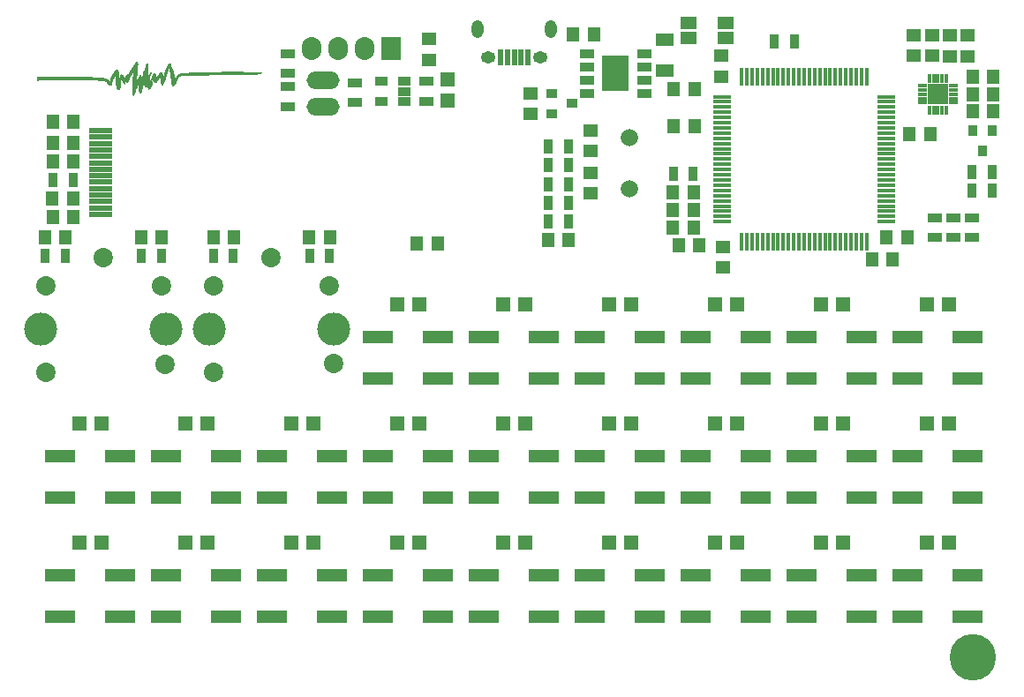
<source format=gts>
G04 #@! TF.FileFunction,Soldermask,Top*
%FSLAX46Y46*%
G04 Gerber Fmt 4.6, Leading zero omitted, Abs format (unit mm)*
G04 Created by KiCad (PCBNEW 4.0.6-e0-6349~52~ubuntu16.10.1) date Mon May  8 18:25:15 2017*
%MOMM*%
%LPD*%
G01*
G04 APERTURE LIST*
%ADD10C,0.100000*%
%ADD11C,0.010000*%
%ADD12R,1.160000X1.410000*%
%ADD13R,1.660000X0.440000*%
%ADD14R,0.440000X1.660000*%
%ADD15O,3.174980X1.666220*%
%ADD16R,1.358880X1.358880*%
%ADD17R,2.910000X1.160000*%
%ADD18R,1.460000X0.860000*%
%ADD19R,1.220000X0.810000*%
%ADD20R,0.560000X1.510000*%
%ADD21O,1.410000X1.110000*%
%ADD22O,1.160000X1.710000*%
%ADD23R,1.410000X1.160000*%
%ADD24R,1.760000X1.160000*%
%ADD25R,1.060000X0.960000*%
%ADD26O,0.910000X0.360000*%
%ADD27O,0.360000X0.910000*%
%ADD28R,1.085000X1.085000*%
%ADD29R,0.860000X1.460000*%
%ADD30C,1.661140*%
%ADD31C,4.460000*%
%ADD32R,1.560000X1.210000*%
%ADD33R,1.360000X0.860000*%
%ADD34R,2.560000X3.360000*%
%ADD35R,1.887200X2.192000*%
%ADD36O,1.887200X2.192000*%
%ADD37R,0.960000X1.060000*%
%ADD38C,1.860000*%
%ADD39C,3.160000*%
%ADD40R,2.160000X0.480000*%
G04 APERTURE END LIST*
D10*
D11*
G36*
X92082019Y-83341837D02*
X92114393Y-83401541D01*
X92120977Y-83464213D01*
X92122798Y-83571753D01*
X92120421Y-83712837D01*
X92114406Y-83876142D01*
X92105315Y-84050342D01*
X92093711Y-84224113D01*
X92080157Y-84386131D01*
X92065212Y-84525073D01*
X92055028Y-84597594D01*
X92033866Y-84749865D01*
X92015123Y-84920178D01*
X92002798Y-85072124D01*
X92002653Y-85074577D01*
X91988773Y-85311672D01*
X92059748Y-85187466D01*
X92109921Y-85096558D01*
X92171221Y-84981170D01*
X92226002Y-84874860D01*
X92276545Y-84780651D01*
X92321556Y-84706771D01*
X92352166Y-84667637D01*
X92354488Y-84665937D01*
X92396290Y-84664447D01*
X92428691Y-84702158D01*
X92442459Y-84761828D01*
X92433767Y-84814018D01*
X92416591Y-84883809D01*
X92408683Y-84966126D01*
X92410078Y-85042392D01*
X92420809Y-85094027D01*
X92433241Y-85105594D01*
X92445132Y-85100788D01*
X92459190Y-85082482D01*
X92477615Y-85044841D01*
X92502608Y-84982030D01*
X92536369Y-84888213D01*
X92581098Y-84757557D01*
X92630468Y-84609754D01*
X92809286Y-84609754D01*
X92810742Y-84682731D01*
X92815321Y-84703080D01*
X92835779Y-84734042D01*
X92854920Y-84715547D01*
X92873129Y-84645961D01*
X92890792Y-84523650D01*
X92908294Y-84346978D01*
X92913123Y-84288742D01*
X92923571Y-84149239D01*
X92930991Y-84031470D01*
X92934820Y-83946057D01*
X92934493Y-83903622D01*
X92933703Y-83900981D01*
X92922939Y-83919843D01*
X92905645Y-83979058D01*
X92885155Y-84063402D01*
X92864803Y-84157651D01*
X92847924Y-84246582D01*
X92837852Y-84314972D01*
X92836766Y-84343594D01*
X92835559Y-84395531D01*
X92825926Y-84478070D01*
X92819316Y-84519636D01*
X92809286Y-84609754D01*
X92630468Y-84609754D01*
X92638996Y-84584226D01*
X92703584Y-84388736D01*
X92757143Y-84228799D01*
X92807560Y-84083043D01*
X92851121Y-83961844D01*
X92884113Y-83875580D01*
X92900557Y-83838403D01*
X92928766Y-83764727D01*
X92952122Y-83667210D01*
X92957818Y-83630982D01*
X92978508Y-83543137D01*
X93008266Y-83500025D01*
X93041152Y-83505369D01*
X93070441Y-83560427D01*
X93077206Y-83606810D01*
X93084404Y-83700280D01*
X93091547Y-83831487D01*
X93098151Y-83991079D01*
X93103727Y-84169707D01*
X93105181Y-84227899D01*
X93119361Y-84831872D01*
X93201717Y-84679455D01*
X93270216Y-84559846D01*
X93330292Y-84468446D01*
X93376609Y-84412587D01*
X93403827Y-84399602D01*
X93404852Y-84400460D01*
X93401576Y-84431324D01*
X93379774Y-84498704D01*
X93346043Y-84583482D01*
X93299362Y-84728032D01*
X93268386Y-84895767D01*
X93255356Y-85065284D01*
X93262511Y-85215180D01*
X93273799Y-85273976D01*
X93284639Y-85310852D01*
X93295952Y-85327023D01*
X93311529Y-85316590D01*
X93335161Y-85273657D01*
X93370640Y-85192325D01*
X93421757Y-85066699D01*
X93446173Y-85005865D01*
X93499727Y-84868177D01*
X93544509Y-84745190D01*
X93576579Y-84648329D01*
X93591995Y-84589016D01*
X93592792Y-84580801D01*
X93612768Y-84517106D01*
X93647777Y-84471819D01*
X93686256Y-84442235D01*
X93716678Y-84445412D01*
X93758566Y-84486167D01*
X93773059Y-84502723D01*
X93825178Y-84586439D01*
X93859986Y-84684586D01*
X93862258Y-84696371D01*
X93878729Y-84776724D01*
X93895816Y-84834847D01*
X93899476Y-84842932D01*
X93922566Y-84836684D01*
X93970260Y-84788046D01*
X94037495Y-84702647D01*
X94083567Y-84638320D01*
X94169536Y-84520116D01*
X94236494Y-84444694D01*
X94293759Y-84406018D01*
X94350648Y-84398049D01*
X94416479Y-84414750D01*
X94424136Y-84417630D01*
X94468564Y-84456499D01*
X94516653Y-84529632D01*
X94557636Y-84616723D01*
X94580746Y-84697464D01*
X94582555Y-84716414D01*
X94592777Y-84731665D01*
X94620508Y-84694081D01*
X94665421Y-84604377D01*
X94727187Y-84463266D01*
X94805475Y-84271466D01*
X94899956Y-84029690D01*
X94906181Y-84013486D01*
X94962836Y-83868234D01*
X95014441Y-83740326D01*
X95056858Y-83639685D01*
X95085951Y-83576236D01*
X95095056Y-83560427D01*
X95136613Y-83536119D01*
X95195059Y-83525526D01*
X95244955Y-83530806D01*
X95261437Y-83546316D01*
X95266900Y-83588332D01*
X95272375Y-83638038D01*
X95286107Y-83690156D01*
X95318306Y-83781332D01*
X95364299Y-83899139D01*
X95419417Y-84031151D01*
X95424810Y-84043636D01*
X95512375Y-84256878D01*
X95584621Y-84455286D01*
X95638689Y-84629767D01*
X95671723Y-84771229D01*
X95681131Y-84859424D01*
X95683269Y-84893254D01*
X95694487Y-84905292D01*
X95721990Y-84891282D01*
X95772983Y-84846969D01*
X95854670Y-84768099D01*
X95883099Y-84740155D01*
X95984268Y-84643860D01*
X96066832Y-84577557D01*
X96149260Y-84530748D01*
X96250020Y-84492932D01*
X96386687Y-84453850D01*
X96439525Y-84446644D01*
X96543969Y-84438786D01*
X96695186Y-84430408D01*
X96888341Y-84421639D01*
X97118602Y-84412611D01*
X97381136Y-84403454D01*
X97671108Y-84394298D01*
X97983686Y-84385275D01*
X98314037Y-84376515D01*
X98657326Y-84368149D01*
X99008721Y-84360308D01*
X99363388Y-84353122D01*
X99716494Y-84346721D01*
X100063206Y-84341237D01*
X100398689Y-84336801D01*
X100718112Y-84333542D01*
X100881068Y-84332326D01*
X101032265Y-84330295D01*
X101161397Y-84326533D01*
X101258946Y-84321479D01*
X101315390Y-84315575D01*
X101325568Y-84311737D01*
X101350217Y-84306730D01*
X101413033Y-84313719D01*
X101458451Y-84322331D01*
X101547318Y-84336534D01*
X101592523Y-84330477D01*
X101601973Y-84318734D01*
X101629918Y-84301530D01*
X101645486Y-84307254D01*
X101683306Y-84314378D01*
X101767719Y-84321397D01*
X101888873Y-84327774D01*
X102036919Y-84332973D01*
X102172242Y-84335992D01*
X102334624Y-84338728D01*
X102477839Y-84341165D01*
X102592156Y-84343137D01*
X102667842Y-84344475D01*
X102694353Y-84344984D01*
X102730709Y-84344950D01*
X102813610Y-84344407D01*
X102933162Y-84343435D01*
X103079468Y-84342112D01*
X103202353Y-84340923D01*
X103464050Y-84339617D01*
X103676166Y-84341353D01*
X103837185Y-84346076D01*
X103945592Y-84353729D01*
X103999872Y-84364257D01*
X104006254Y-84370362D01*
X103979133Y-84413790D01*
X103909375Y-84454015D01*
X103810768Y-84486347D01*
X103697101Y-84506095D01*
X103597464Y-84509423D01*
X103540023Y-84513593D01*
X103449744Y-84526849D01*
X103371687Y-84541306D01*
X103332079Y-84548946D01*
X103291329Y-84555546D01*
X103245312Y-84561164D01*
X103189903Y-84565860D01*
X103120977Y-84569692D01*
X103034408Y-84572718D01*
X102926073Y-84574997D01*
X102791845Y-84576588D01*
X102627601Y-84577548D01*
X102429215Y-84577936D01*
X102192562Y-84577811D01*
X101913517Y-84577232D01*
X101587955Y-84576256D01*
X101211752Y-84574943D01*
X101043353Y-84574326D01*
X100728773Y-84573774D01*
X100408759Y-84574341D01*
X100092072Y-84575937D01*
X99787471Y-84578473D01*
X99503715Y-84581861D01*
X99249564Y-84586010D01*
X99033776Y-84590832D01*
X98865110Y-84596237D01*
X98856131Y-84596601D01*
X98609204Y-84605492D01*
X98328350Y-84613529D01*
X98036013Y-84620202D01*
X97754637Y-84624999D01*
X97506663Y-84627410D01*
X97501464Y-84627433D01*
X97286573Y-84629186D01*
X97067734Y-84632406D01*
X96858784Y-84636787D01*
X96673556Y-84642021D01*
X96525886Y-84647802D01*
X96484043Y-84649989D01*
X96323051Y-84660934D01*
X96207532Y-84676425D01*
X96126543Y-84702804D01*
X96069140Y-84746411D01*
X96024380Y-84813586D01*
X95981321Y-84910670D01*
X95965611Y-84950371D01*
X95915247Y-85066378D01*
X95856641Y-85183567D01*
X95820590Y-85246705D01*
X95763072Y-85348309D01*
X95710715Y-85454995D01*
X95695006Y-85491928D01*
X95638124Y-85585209D01*
X95567568Y-85631927D01*
X95494819Y-85632280D01*
X95431359Y-85586467D01*
X95388671Y-85494688D01*
X95386768Y-85486594D01*
X95380680Y-85440091D01*
X95371991Y-85348208D01*
X95361620Y-85221901D01*
X95350488Y-85072124D01*
X95343613Y-84972382D01*
X95327578Y-84781357D01*
X95304914Y-84576161D01*
X95278327Y-84378353D01*
X95250522Y-84209493D01*
X95243068Y-84171223D01*
X95216337Y-84038759D01*
X95194275Y-83927122D01*
X95179066Y-83847528D01*
X95172893Y-83811195D01*
X95172855Y-83810546D01*
X95163804Y-83812387D01*
X95140607Y-83855567D01*
X95108108Y-83928270D01*
X95071152Y-84018680D01*
X95034584Y-84114984D01*
X95003247Y-84205365D01*
X94983225Y-84273038D01*
X94957269Y-84367102D01*
X94933488Y-84439710D01*
X94919609Y-84470594D01*
X94903938Y-84508345D01*
X94878021Y-84587764D01*
X94845918Y-84695917D01*
X94822147Y-84781038D01*
X94768386Y-84975222D01*
X94725328Y-85122202D01*
X94690266Y-85229601D01*
X94660488Y-85305043D01*
X94633287Y-85356150D01*
X94605953Y-85390546D01*
X94605290Y-85391212D01*
X94565496Y-85439441D01*
X94552242Y-85469027D01*
X94532916Y-85505676D01*
X94509027Y-85529659D01*
X94469604Y-85546584D01*
X94436683Y-85523140D01*
X94408782Y-85455474D01*
X94384420Y-85339733D01*
X94362117Y-85172063D01*
X94358385Y-85137753D01*
X94334420Y-84940969D01*
X94309635Y-84791787D01*
X94284692Y-84691746D01*
X94260252Y-84642386D01*
X94236976Y-84645244D01*
X94215525Y-84701860D01*
X94202021Y-84773829D01*
X94151847Y-84962551D01*
X94065105Y-85124940D01*
X93948376Y-85249419D01*
X93919909Y-85270173D01*
X93844587Y-85319423D01*
X93799646Y-85339741D01*
X93768931Y-85334142D01*
X93736287Y-85305638D01*
X93735262Y-85304613D01*
X93698321Y-85243062D01*
X93669974Y-85152072D01*
X93663483Y-85114683D01*
X93651531Y-85025311D01*
X93641881Y-84955400D01*
X93639097Y-84936260D01*
X93629915Y-84940155D01*
X93611480Y-84988947D01*
X93587451Y-85072584D01*
X93582581Y-85091482D01*
X93524804Y-85319208D01*
X93478850Y-85498447D01*
X93442631Y-85635417D01*
X93414062Y-85736335D01*
X93391055Y-85807417D01*
X93371525Y-85854882D01*
X93353383Y-85884946D01*
X93334544Y-85903826D01*
X93312921Y-85917740D01*
X93303478Y-85923053D01*
X93221212Y-85946475D01*
X93155805Y-85922869D01*
X93119718Y-85857127D01*
X93118513Y-85850457D01*
X93108434Y-85793393D01*
X93091764Y-85704669D01*
X93079598Y-85641816D01*
X93061546Y-85557297D01*
X93048124Y-85521766D01*
X93035051Y-85528473D01*
X93024002Y-85554184D01*
X93010584Y-85627144D01*
X93015429Y-85674128D01*
X93017985Y-85709333D01*
X92986684Y-85724062D01*
X92932693Y-85726482D01*
X92866125Y-85720884D01*
X92830416Y-85693302D01*
X92805883Y-85627556D01*
X92803948Y-85620649D01*
X92778915Y-85473124D01*
X92779829Y-85297336D01*
X92806917Y-85083729D01*
X92818240Y-85021005D01*
X92836653Y-84913158D01*
X92847367Y-84827977D01*
X92848771Y-84779386D01*
X92846832Y-84773665D01*
X92826889Y-84784167D01*
X92799891Y-84835088D01*
X92771350Y-84911823D01*
X92746780Y-84999763D01*
X92732649Y-85076182D01*
X92719836Y-85150364D01*
X92696198Y-85263076D01*
X92665253Y-85398256D01*
X92634753Y-85523114D01*
X92597829Y-85676067D01*
X92562978Y-85831737D01*
X92534698Y-85969430D01*
X92520267Y-86049947D01*
X92495161Y-86180211D01*
X92466770Y-86262716D01*
X92430585Y-86306134D01*
X92382098Y-86319138D01*
X92380302Y-86319149D01*
X92335254Y-86292149D01*
X92296699Y-86215574D01*
X92266020Y-86096061D01*
X92244599Y-85940249D01*
X92233820Y-85754774D01*
X92233300Y-85613594D01*
X92239266Y-85260816D01*
X92171927Y-85387816D01*
X92125042Y-85493700D01*
X92083391Y-85616482D01*
X92069396Y-85670038D01*
X92039121Y-85777223D01*
X92001173Y-85877454D01*
X91980889Y-85918596D01*
X91945225Y-85997117D01*
X91928003Y-86066654D01*
X91927711Y-86073818D01*
X91918369Y-86129686D01*
X91893589Y-86219894D01*
X91858460Y-86326201D01*
X91853376Y-86340316D01*
X91809102Y-86451574D01*
X91772749Y-86516343D01*
X91739096Y-86543025D01*
X91726240Y-86544927D01*
X91697503Y-86538055D01*
X91681532Y-86509233D01*
X91674763Y-86446153D01*
X91673576Y-86363148D01*
X91668704Y-86259274D01*
X91655583Y-86186887D01*
X91641209Y-86161365D01*
X91627873Y-86133235D01*
X91620940Y-86065851D01*
X91620234Y-85953955D01*
X91625577Y-85792291D01*
X91627471Y-85751110D01*
X91634640Y-85633615D01*
X91646119Y-85484435D01*
X91661028Y-85311972D01*
X91678486Y-85124628D01*
X91697609Y-84930805D01*
X91717518Y-84738904D01*
X91737329Y-84557327D01*
X91756162Y-84394476D01*
X91773134Y-84258753D01*
X91787365Y-84158559D01*
X91797972Y-84102296D01*
X91801417Y-84093456D01*
X91829591Y-84098638D01*
X91853650Y-84115019D01*
X91880716Y-84127339D01*
X91898623Y-84101768D01*
X91913579Y-84032472D01*
X91923176Y-83957904D01*
X91923617Y-83910817D01*
X91921367Y-83904644D01*
X91901865Y-83920952D01*
X91860445Y-83974728D01*
X91804991Y-84055504D01*
X91787119Y-84082935D01*
X91710522Y-84201130D01*
X91628709Y-84326235D01*
X91561318Y-84428260D01*
X91453250Y-84596591D01*
X91375640Y-84733197D01*
X91322716Y-84849634D01*
X91288702Y-84957459D01*
X91281752Y-84987816D01*
X91240854Y-85140076D01*
X91192579Y-85240246D01*
X91134375Y-85292473D01*
X91087964Y-85302717D01*
X91062380Y-85277823D01*
X91052687Y-85213161D01*
X91052687Y-85123172D01*
X90995143Y-85184939D01*
X90941617Y-85229555D01*
X90899051Y-85246705D01*
X90875398Y-85261976D01*
X90871089Y-85314869D01*
X90876223Y-85363914D01*
X90882168Y-85437785D01*
X90872304Y-85464229D01*
X90858283Y-85460319D01*
X90804775Y-85405882D01*
X90744297Y-85310591D01*
X90684104Y-85188215D01*
X90631454Y-85052524D01*
X90613745Y-84996283D01*
X90553051Y-84788195D01*
X90534170Y-84911617D01*
X90524759Y-84984121D01*
X90511803Y-85098997D01*
X90496784Y-85242396D01*
X90481182Y-85400468D01*
X90475701Y-85458371D01*
X90460539Y-85610433D01*
X90445350Y-85745131D01*
X90431537Y-85851195D01*
X90420505Y-85917354D01*
X90416825Y-85931094D01*
X90376797Y-85966173D01*
X90308060Y-85980544D01*
X90234856Y-85973047D01*
X90181428Y-85942523D01*
X90181290Y-85942357D01*
X90159418Y-85892970D01*
X90139981Y-85811135D01*
X90133260Y-85765968D01*
X90118241Y-85671947D01*
X90099207Y-85593999D01*
X90090818Y-85571260D01*
X90080420Y-85524291D01*
X90069016Y-85432223D01*
X90057697Y-85306365D01*
X90047554Y-85158022D01*
X90043186Y-85077371D01*
X90021606Y-84639927D01*
X89969403Y-84738705D01*
X89911610Y-84827136D01*
X89842381Y-84907358D01*
X89838096Y-84911435D01*
X89790085Y-84976993D01*
X89738920Y-85078656D01*
X89692129Y-85197107D01*
X89657236Y-85313025D01*
X89641769Y-85407091D01*
X89641576Y-85415884D01*
X89624534Y-85474105D01*
X89589529Y-85530504D01*
X89515062Y-85585366D01*
X89427605Y-85593724D01*
X89337268Y-85560576D01*
X89254160Y-85490920D01*
X89188392Y-85389752D01*
X89162386Y-85319362D01*
X89128768Y-85199290D01*
X88912450Y-85166366D01*
X88789945Y-85150027D01*
X88673033Y-85138293D01*
X88586157Y-85133597D01*
X88583242Y-85133591D01*
X88499775Y-85128926D01*
X88384125Y-85116483D01*
X88259597Y-85098823D01*
X88244576Y-85096378D01*
X88192804Y-85089718D01*
X88121040Y-85083889D01*
X88026093Y-85078857D01*
X87904773Y-85074583D01*
X87753891Y-85071032D01*
X87570258Y-85068166D01*
X87350684Y-85065950D01*
X87091979Y-85064346D01*
X86790954Y-85063318D01*
X86444419Y-85062830D01*
X86049185Y-85062844D01*
X85602062Y-85063324D01*
X85394131Y-85063662D01*
X85011380Y-85064574D01*
X84642854Y-85065905D01*
X84292716Y-85067616D01*
X83965124Y-85069666D01*
X83664240Y-85072013D01*
X83394223Y-85074618D01*
X83159233Y-85077439D01*
X82963432Y-85080435D01*
X82810979Y-85083567D01*
X82706035Y-85086792D01*
X82652760Y-85090071D01*
X82649520Y-85090558D01*
X82529576Y-85112808D01*
X82529576Y-84831857D01*
X82832964Y-84815520D01*
X82940003Y-84811746D01*
X83093170Y-84809120D01*
X83282161Y-84807678D01*
X83496671Y-84807455D01*
X83726396Y-84808487D01*
X83961031Y-84810808D01*
X84011242Y-84811481D01*
X84280662Y-84814774D01*
X84579020Y-84817581D01*
X84888520Y-84819788D01*
X85191363Y-84821285D01*
X85469753Y-84821960D01*
X85662242Y-84821835D01*
X85876005Y-84821541D01*
X86080072Y-84821711D01*
X86264987Y-84822301D01*
X86421292Y-84823270D01*
X86539533Y-84824575D01*
X86607687Y-84826076D01*
X86709686Y-84828547D01*
X86846756Y-84830177D01*
X86997527Y-84830768D01*
X87087464Y-84830531D01*
X87251730Y-84831639D01*
X87444898Y-84836252D01*
X87658284Y-84843852D01*
X87883207Y-84853919D01*
X88110984Y-84865932D01*
X88332932Y-84879373D01*
X88540369Y-84893721D01*
X88724612Y-84908456D01*
X88876978Y-84923059D01*
X88988785Y-84937010D01*
X89044426Y-84947684D01*
X89142567Y-84980281D01*
X89212224Y-85022957D01*
X89269632Y-85089790D01*
X89331028Y-85194855D01*
X89332340Y-85197316D01*
X89371870Y-85262510D01*
X89403761Y-85299773D01*
X89411178Y-85303149D01*
X89432695Y-85279116D01*
X89466326Y-85216528D01*
X89499763Y-85140871D01*
X89571001Y-84977708D01*
X89653407Y-84807960D01*
X89742201Y-84639633D01*
X89832602Y-84480732D01*
X89919831Y-84339264D01*
X89999107Y-84223234D01*
X90065651Y-84140648D01*
X90114681Y-84099511D01*
X90123215Y-84096712D01*
X90191972Y-84108892D01*
X90237467Y-84167172D01*
X90251820Y-84236067D01*
X90259653Y-84307557D01*
X90275459Y-84414375D01*
X90296209Y-84536486D01*
X90302245Y-84569371D01*
X90323228Y-84690605D01*
X90339330Y-84800449D01*
X90347811Y-84879668D01*
X90348450Y-84893927D01*
X90351469Y-84933873D01*
X90362329Y-84939446D01*
X90386482Y-84905534D01*
X90429375Y-84827028D01*
X90438722Y-84809260D01*
X90482839Y-84718069D01*
X90512175Y-84643495D01*
X90520326Y-84602610D01*
X90535872Y-84576008D01*
X90591662Y-84574388D01*
X90657234Y-84599162D01*
X90714541Y-84664056D01*
X90734014Y-84696371D01*
X90773357Y-84779066D01*
X90796058Y-84851941D01*
X90798222Y-84871095D01*
X90807505Y-84931630D01*
X90834419Y-84940194D01*
X90879511Y-84896459D01*
X90943327Y-84800098D01*
X90957716Y-84775638D01*
X91027049Y-84662793D01*
X91077557Y-84598525D01*
X91113259Y-84579795D01*
X91138176Y-84603565D01*
X91148207Y-84631717D01*
X91160196Y-84657436D01*
X91178288Y-84653045D01*
X91208080Y-84612366D01*
X91255167Y-84529215D01*
X91275771Y-84490808D01*
X91332218Y-84382594D01*
X91382087Y-84282989D01*
X91416061Y-84210688D01*
X91419970Y-84201531D01*
X91454955Y-84143479D01*
X91492037Y-84117877D01*
X91493555Y-84117816D01*
X91524643Y-84094177D01*
X91532464Y-84058779D01*
X91549434Y-83995847D01*
X91590360Y-83926088D01*
X91591425Y-83924724D01*
X91714878Y-83762827D01*
X91816201Y-83620147D01*
X91890323Y-83504182D01*
X91932170Y-83422430D01*
X91933346Y-83419316D01*
X91976774Y-83350079D01*
X92031076Y-83323787D01*
X92082019Y-83341837D01*
X92082019Y-83341837D01*
G37*
X92082019Y-83341837D02*
X92114393Y-83401541D01*
X92120977Y-83464213D01*
X92122798Y-83571753D01*
X92120421Y-83712837D01*
X92114406Y-83876142D01*
X92105315Y-84050342D01*
X92093711Y-84224113D01*
X92080157Y-84386131D01*
X92065212Y-84525073D01*
X92055028Y-84597594D01*
X92033866Y-84749865D01*
X92015123Y-84920178D01*
X92002798Y-85072124D01*
X92002653Y-85074577D01*
X91988773Y-85311672D01*
X92059748Y-85187466D01*
X92109921Y-85096558D01*
X92171221Y-84981170D01*
X92226002Y-84874860D01*
X92276545Y-84780651D01*
X92321556Y-84706771D01*
X92352166Y-84667637D01*
X92354488Y-84665937D01*
X92396290Y-84664447D01*
X92428691Y-84702158D01*
X92442459Y-84761828D01*
X92433767Y-84814018D01*
X92416591Y-84883809D01*
X92408683Y-84966126D01*
X92410078Y-85042392D01*
X92420809Y-85094027D01*
X92433241Y-85105594D01*
X92445132Y-85100788D01*
X92459190Y-85082482D01*
X92477615Y-85044841D01*
X92502608Y-84982030D01*
X92536369Y-84888213D01*
X92581098Y-84757557D01*
X92630468Y-84609754D01*
X92809286Y-84609754D01*
X92810742Y-84682731D01*
X92815321Y-84703080D01*
X92835779Y-84734042D01*
X92854920Y-84715547D01*
X92873129Y-84645961D01*
X92890792Y-84523650D01*
X92908294Y-84346978D01*
X92913123Y-84288742D01*
X92923571Y-84149239D01*
X92930991Y-84031470D01*
X92934820Y-83946057D01*
X92934493Y-83903622D01*
X92933703Y-83900981D01*
X92922939Y-83919843D01*
X92905645Y-83979058D01*
X92885155Y-84063402D01*
X92864803Y-84157651D01*
X92847924Y-84246582D01*
X92837852Y-84314972D01*
X92836766Y-84343594D01*
X92835559Y-84395531D01*
X92825926Y-84478070D01*
X92819316Y-84519636D01*
X92809286Y-84609754D01*
X92630468Y-84609754D01*
X92638996Y-84584226D01*
X92703584Y-84388736D01*
X92757143Y-84228799D01*
X92807560Y-84083043D01*
X92851121Y-83961844D01*
X92884113Y-83875580D01*
X92900557Y-83838403D01*
X92928766Y-83764727D01*
X92952122Y-83667210D01*
X92957818Y-83630982D01*
X92978508Y-83543137D01*
X93008266Y-83500025D01*
X93041152Y-83505369D01*
X93070441Y-83560427D01*
X93077206Y-83606810D01*
X93084404Y-83700280D01*
X93091547Y-83831487D01*
X93098151Y-83991079D01*
X93103727Y-84169707D01*
X93105181Y-84227899D01*
X93119361Y-84831872D01*
X93201717Y-84679455D01*
X93270216Y-84559846D01*
X93330292Y-84468446D01*
X93376609Y-84412587D01*
X93403827Y-84399602D01*
X93404852Y-84400460D01*
X93401576Y-84431324D01*
X93379774Y-84498704D01*
X93346043Y-84583482D01*
X93299362Y-84728032D01*
X93268386Y-84895767D01*
X93255356Y-85065284D01*
X93262511Y-85215180D01*
X93273799Y-85273976D01*
X93284639Y-85310852D01*
X93295952Y-85327023D01*
X93311529Y-85316590D01*
X93335161Y-85273657D01*
X93370640Y-85192325D01*
X93421757Y-85066699D01*
X93446173Y-85005865D01*
X93499727Y-84868177D01*
X93544509Y-84745190D01*
X93576579Y-84648329D01*
X93591995Y-84589016D01*
X93592792Y-84580801D01*
X93612768Y-84517106D01*
X93647777Y-84471819D01*
X93686256Y-84442235D01*
X93716678Y-84445412D01*
X93758566Y-84486167D01*
X93773059Y-84502723D01*
X93825178Y-84586439D01*
X93859986Y-84684586D01*
X93862258Y-84696371D01*
X93878729Y-84776724D01*
X93895816Y-84834847D01*
X93899476Y-84842932D01*
X93922566Y-84836684D01*
X93970260Y-84788046D01*
X94037495Y-84702647D01*
X94083567Y-84638320D01*
X94169536Y-84520116D01*
X94236494Y-84444694D01*
X94293759Y-84406018D01*
X94350648Y-84398049D01*
X94416479Y-84414750D01*
X94424136Y-84417630D01*
X94468564Y-84456499D01*
X94516653Y-84529632D01*
X94557636Y-84616723D01*
X94580746Y-84697464D01*
X94582555Y-84716414D01*
X94592777Y-84731665D01*
X94620508Y-84694081D01*
X94665421Y-84604377D01*
X94727187Y-84463266D01*
X94805475Y-84271466D01*
X94899956Y-84029690D01*
X94906181Y-84013486D01*
X94962836Y-83868234D01*
X95014441Y-83740326D01*
X95056858Y-83639685D01*
X95085951Y-83576236D01*
X95095056Y-83560427D01*
X95136613Y-83536119D01*
X95195059Y-83525526D01*
X95244955Y-83530806D01*
X95261437Y-83546316D01*
X95266900Y-83588332D01*
X95272375Y-83638038D01*
X95286107Y-83690156D01*
X95318306Y-83781332D01*
X95364299Y-83899139D01*
X95419417Y-84031151D01*
X95424810Y-84043636D01*
X95512375Y-84256878D01*
X95584621Y-84455286D01*
X95638689Y-84629767D01*
X95671723Y-84771229D01*
X95681131Y-84859424D01*
X95683269Y-84893254D01*
X95694487Y-84905292D01*
X95721990Y-84891282D01*
X95772983Y-84846969D01*
X95854670Y-84768099D01*
X95883099Y-84740155D01*
X95984268Y-84643860D01*
X96066832Y-84577557D01*
X96149260Y-84530748D01*
X96250020Y-84492932D01*
X96386687Y-84453850D01*
X96439525Y-84446644D01*
X96543969Y-84438786D01*
X96695186Y-84430408D01*
X96888341Y-84421639D01*
X97118602Y-84412611D01*
X97381136Y-84403454D01*
X97671108Y-84394298D01*
X97983686Y-84385275D01*
X98314037Y-84376515D01*
X98657326Y-84368149D01*
X99008721Y-84360308D01*
X99363388Y-84353122D01*
X99716494Y-84346721D01*
X100063206Y-84341237D01*
X100398689Y-84336801D01*
X100718112Y-84333542D01*
X100881068Y-84332326D01*
X101032265Y-84330295D01*
X101161397Y-84326533D01*
X101258946Y-84321479D01*
X101315390Y-84315575D01*
X101325568Y-84311737D01*
X101350217Y-84306730D01*
X101413033Y-84313719D01*
X101458451Y-84322331D01*
X101547318Y-84336534D01*
X101592523Y-84330477D01*
X101601973Y-84318734D01*
X101629918Y-84301530D01*
X101645486Y-84307254D01*
X101683306Y-84314378D01*
X101767719Y-84321397D01*
X101888873Y-84327774D01*
X102036919Y-84332973D01*
X102172242Y-84335992D01*
X102334624Y-84338728D01*
X102477839Y-84341165D01*
X102592156Y-84343137D01*
X102667842Y-84344475D01*
X102694353Y-84344984D01*
X102730709Y-84344950D01*
X102813610Y-84344407D01*
X102933162Y-84343435D01*
X103079468Y-84342112D01*
X103202353Y-84340923D01*
X103464050Y-84339617D01*
X103676166Y-84341353D01*
X103837185Y-84346076D01*
X103945592Y-84353729D01*
X103999872Y-84364257D01*
X104006254Y-84370362D01*
X103979133Y-84413790D01*
X103909375Y-84454015D01*
X103810768Y-84486347D01*
X103697101Y-84506095D01*
X103597464Y-84509423D01*
X103540023Y-84513593D01*
X103449744Y-84526849D01*
X103371687Y-84541306D01*
X103332079Y-84548946D01*
X103291329Y-84555546D01*
X103245312Y-84561164D01*
X103189903Y-84565860D01*
X103120977Y-84569692D01*
X103034408Y-84572718D01*
X102926073Y-84574997D01*
X102791845Y-84576588D01*
X102627601Y-84577548D01*
X102429215Y-84577936D01*
X102192562Y-84577811D01*
X101913517Y-84577232D01*
X101587955Y-84576256D01*
X101211752Y-84574943D01*
X101043353Y-84574326D01*
X100728773Y-84573774D01*
X100408759Y-84574341D01*
X100092072Y-84575937D01*
X99787471Y-84578473D01*
X99503715Y-84581861D01*
X99249564Y-84586010D01*
X99033776Y-84590832D01*
X98865110Y-84596237D01*
X98856131Y-84596601D01*
X98609204Y-84605492D01*
X98328350Y-84613529D01*
X98036013Y-84620202D01*
X97754637Y-84624999D01*
X97506663Y-84627410D01*
X97501464Y-84627433D01*
X97286573Y-84629186D01*
X97067734Y-84632406D01*
X96858784Y-84636787D01*
X96673556Y-84642021D01*
X96525886Y-84647802D01*
X96484043Y-84649989D01*
X96323051Y-84660934D01*
X96207532Y-84676425D01*
X96126543Y-84702804D01*
X96069140Y-84746411D01*
X96024380Y-84813586D01*
X95981321Y-84910670D01*
X95965611Y-84950371D01*
X95915247Y-85066378D01*
X95856641Y-85183567D01*
X95820590Y-85246705D01*
X95763072Y-85348309D01*
X95710715Y-85454995D01*
X95695006Y-85491928D01*
X95638124Y-85585209D01*
X95567568Y-85631927D01*
X95494819Y-85632280D01*
X95431359Y-85586467D01*
X95388671Y-85494688D01*
X95386768Y-85486594D01*
X95380680Y-85440091D01*
X95371991Y-85348208D01*
X95361620Y-85221901D01*
X95350488Y-85072124D01*
X95343613Y-84972382D01*
X95327578Y-84781357D01*
X95304914Y-84576161D01*
X95278327Y-84378353D01*
X95250522Y-84209493D01*
X95243068Y-84171223D01*
X95216337Y-84038759D01*
X95194275Y-83927122D01*
X95179066Y-83847528D01*
X95172893Y-83811195D01*
X95172855Y-83810546D01*
X95163804Y-83812387D01*
X95140607Y-83855567D01*
X95108108Y-83928270D01*
X95071152Y-84018680D01*
X95034584Y-84114984D01*
X95003247Y-84205365D01*
X94983225Y-84273038D01*
X94957269Y-84367102D01*
X94933488Y-84439710D01*
X94919609Y-84470594D01*
X94903938Y-84508345D01*
X94878021Y-84587764D01*
X94845918Y-84695917D01*
X94822147Y-84781038D01*
X94768386Y-84975222D01*
X94725328Y-85122202D01*
X94690266Y-85229601D01*
X94660488Y-85305043D01*
X94633287Y-85356150D01*
X94605953Y-85390546D01*
X94605290Y-85391212D01*
X94565496Y-85439441D01*
X94552242Y-85469027D01*
X94532916Y-85505676D01*
X94509027Y-85529659D01*
X94469604Y-85546584D01*
X94436683Y-85523140D01*
X94408782Y-85455474D01*
X94384420Y-85339733D01*
X94362117Y-85172063D01*
X94358385Y-85137753D01*
X94334420Y-84940969D01*
X94309635Y-84791787D01*
X94284692Y-84691746D01*
X94260252Y-84642386D01*
X94236976Y-84645244D01*
X94215525Y-84701860D01*
X94202021Y-84773829D01*
X94151847Y-84962551D01*
X94065105Y-85124940D01*
X93948376Y-85249419D01*
X93919909Y-85270173D01*
X93844587Y-85319423D01*
X93799646Y-85339741D01*
X93768931Y-85334142D01*
X93736287Y-85305638D01*
X93735262Y-85304613D01*
X93698321Y-85243062D01*
X93669974Y-85152072D01*
X93663483Y-85114683D01*
X93651531Y-85025311D01*
X93641881Y-84955400D01*
X93639097Y-84936260D01*
X93629915Y-84940155D01*
X93611480Y-84988947D01*
X93587451Y-85072584D01*
X93582581Y-85091482D01*
X93524804Y-85319208D01*
X93478850Y-85498447D01*
X93442631Y-85635417D01*
X93414062Y-85736335D01*
X93391055Y-85807417D01*
X93371525Y-85854882D01*
X93353383Y-85884946D01*
X93334544Y-85903826D01*
X93312921Y-85917740D01*
X93303478Y-85923053D01*
X93221212Y-85946475D01*
X93155805Y-85922869D01*
X93119718Y-85857127D01*
X93118513Y-85850457D01*
X93108434Y-85793393D01*
X93091764Y-85704669D01*
X93079598Y-85641816D01*
X93061546Y-85557297D01*
X93048124Y-85521766D01*
X93035051Y-85528473D01*
X93024002Y-85554184D01*
X93010584Y-85627144D01*
X93015429Y-85674128D01*
X93017985Y-85709333D01*
X92986684Y-85724062D01*
X92932693Y-85726482D01*
X92866125Y-85720884D01*
X92830416Y-85693302D01*
X92805883Y-85627556D01*
X92803948Y-85620649D01*
X92778915Y-85473124D01*
X92779829Y-85297336D01*
X92806917Y-85083729D01*
X92818240Y-85021005D01*
X92836653Y-84913158D01*
X92847367Y-84827977D01*
X92848771Y-84779386D01*
X92846832Y-84773665D01*
X92826889Y-84784167D01*
X92799891Y-84835088D01*
X92771350Y-84911823D01*
X92746780Y-84999763D01*
X92732649Y-85076182D01*
X92719836Y-85150364D01*
X92696198Y-85263076D01*
X92665253Y-85398256D01*
X92634753Y-85523114D01*
X92597829Y-85676067D01*
X92562978Y-85831737D01*
X92534698Y-85969430D01*
X92520267Y-86049947D01*
X92495161Y-86180211D01*
X92466770Y-86262716D01*
X92430585Y-86306134D01*
X92382098Y-86319138D01*
X92380302Y-86319149D01*
X92335254Y-86292149D01*
X92296699Y-86215574D01*
X92266020Y-86096061D01*
X92244599Y-85940249D01*
X92233820Y-85754774D01*
X92233300Y-85613594D01*
X92239266Y-85260816D01*
X92171927Y-85387816D01*
X92125042Y-85493700D01*
X92083391Y-85616482D01*
X92069396Y-85670038D01*
X92039121Y-85777223D01*
X92001173Y-85877454D01*
X91980889Y-85918596D01*
X91945225Y-85997117D01*
X91928003Y-86066654D01*
X91927711Y-86073818D01*
X91918369Y-86129686D01*
X91893589Y-86219894D01*
X91858460Y-86326201D01*
X91853376Y-86340316D01*
X91809102Y-86451574D01*
X91772749Y-86516343D01*
X91739096Y-86543025D01*
X91726240Y-86544927D01*
X91697503Y-86538055D01*
X91681532Y-86509233D01*
X91674763Y-86446153D01*
X91673576Y-86363148D01*
X91668704Y-86259274D01*
X91655583Y-86186887D01*
X91641209Y-86161365D01*
X91627873Y-86133235D01*
X91620940Y-86065851D01*
X91620234Y-85953955D01*
X91625577Y-85792291D01*
X91627471Y-85751110D01*
X91634640Y-85633615D01*
X91646119Y-85484435D01*
X91661028Y-85311972D01*
X91678486Y-85124628D01*
X91697609Y-84930805D01*
X91717518Y-84738904D01*
X91737329Y-84557327D01*
X91756162Y-84394476D01*
X91773134Y-84258753D01*
X91787365Y-84158559D01*
X91797972Y-84102296D01*
X91801417Y-84093456D01*
X91829591Y-84098638D01*
X91853650Y-84115019D01*
X91880716Y-84127339D01*
X91898623Y-84101768D01*
X91913579Y-84032472D01*
X91923176Y-83957904D01*
X91923617Y-83910817D01*
X91921367Y-83904644D01*
X91901865Y-83920952D01*
X91860445Y-83974728D01*
X91804991Y-84055504D01*
X91787119Y-84082935D01*
X91710522Y-84201130D01*
X91628709Y-84326235D01*
X91561318Y-84428260D01*
X91453250Y-84596591D01*
X91375640Y-84733197D01*
X91322716Y-84849634D01*
X91288702Y-84957459D01*
X91281752Y-84987816D01*
X91240854Y-85140076D01*
X91192579Y-85240246D01*
X91134375Y-85292473D01*
X91087964Y-85302717D01*
X91062380Y-85277823D01*
X91052687Y-85213161D01*
X91052687Y-85123172D01*
X90995143Y-85184939D01*
X90941617Y-85229555D01*
X90899051Y-85246705D01*
X90875398Y-85261976D01*
X90871089Y-85314869D01*
X90876223Y-85363914D01*
X90882168Y-85437785D01*
X90872304Y-85464229D01*
X90858283Y-85460319D01*
X90804775Y-85405882D01*
X90744297Y-85310591D01*
X90684104Y-85188215D01*
X90631454Y-85052524D01*
X90613745Y-84996283D01*
X90553051Y-84788195D01*
X90534170Y-84911617D01*
X90524759Y-84984121D01*
X90511803Y-85098997D01*
X90496784Y-85242396D01*
X90481182Y-85400468D01*
X90475701Y-85458371D01*
X90460539Y-85610433D01*
X90445350Y-85745131D01*
X90431537Y-85851195D01*
X90420505Y-85917354D01*
X90416825Y-85931094D01*
X90376797Y-85966173D01*
X90308060Y-85980544D01*
X90234856Y-85973047D01*
X90181428Y-85942523D01*
X90181290Y-85942357D01*
X90159418Y-85892970D01*
X90139981Y-85811135D01*
X90133260Y-85765968D01*
X90118241Y-85671947D01*
X90099207Y-85593999D01*
X90090818Y-85571260D01*
X90080420Y-85524291D01*
X90069016Y-85432223D01*
X90057697Y-85306365D01*
X90047554Y-85158022D01*
X90043186Y-85077371D01*
X90021606Y-84639927D01*
X89969403Y-84738705D01*
X89911610Y-84827136D01*
X89842381Y-84907358D01*
X89838096Y-84911435D01*
X89790085Y-84976993D01*
X89738920Y-85078656D01*
X89692129Y-85197107D01*
X89657236Y-85313025D01*
X89641769Y-85407091D01*
X89641576Y-85415884D01*
X89624534Y-85474105D01*
X89589529Y-85530504D01*
X89515062Y-85585366D01*
X89427605Y-85593724D01*
X89337268Y-85560576D01*
X89254160Y-85490920D01*
X89188392Y-85389752D01*
X89162386Y-85319362D01*
X89128768Y-85199290D01*
X88912450Y-85166366D01*
X88789945Y-85150027D01*
X88673033Y-85138293D01*
X88586157Y-85133597D01*
X88583242Y-85133591D01*
X88499775Y-85128926D01*
X88384125Y-85116483D01*
X88259597Y-85098823D01*
X88244576Y-85096378D01*
X88192804Y-85089718D01*
X88121040Y-85083889D01*
X88026093Y-85078857D01*
X87904773Y-85074583D01*
X87753891Y-85071032D01*
X87570258Y-85068166D01*
X87350684Y-85065950D01*
X87091979Y-85064346D01*
X86790954Y-85063318D01*
X86444419Y-85062830D01*
X86049185Y-85062844D01*
X85602062Y-85063324D01*
X85394131Y-85063662D01*
X85011380Y-85064574D01*
X84642854Y-85065905D01*
X84292716Y-85067616D01*
X83965124Y-85069666D01*
X83664240Y-85072013D01*
X83394223Y-85074618D01*
X83159233Y-85077439D01*
X82963432Y-85080435D01*
X82810979Y-85083567D01*
X82706035Y-85086792D01*
X82652760Y-85090071D01*
X82649520Y-85090558D01*
X82529576Y-85112808D01*
X82529576Y-84831857D01*
X82832964Y-84815520D01*
X82940003Y-84811746D01*
X83093170Y-84809120D01*
X83282161Y-84807678D01*
X83496671Y-84807455D01*
X83726396Y-84808487D01*
X83961031Y-84810808D01*
X84011242Y-84811481D01*
X84280662Y-84814774D01*
X84579020Y-84817581D01*
X84888520Y-84819788D01*
X85191363Y-84821285D01*
X85469753Y-84821960D01*
X85662242Y-84821835D01*
X85876005Y-84821541D01*
X86080072Y-84821711D01*
X86264987Y-84822301D01*
X86421292Y-84823270D01*
X86539533Y-84824575D01*
X86607687Y-84826076D01*
X86709686Y-84828547D01*
X86846756Y-84830177D01*
X86997527Y-84830768D01*
X87087464Y-84830531D01*
X87251730Y-84831639D01*
X87444898Y-84836252D01*
X87658284Y-84843852D01*
X87883207Y-84853919D01*
X88110984Y-84865932D01*
X88332932Y-84879373D01*
X88540369Y-84893721D01*
X88724612Y-84908456D01*
X88876978Y-84923059D01*
X88988785Y-84937010D01*
X89044426Y-84947684D01*
X89142567Y-84980281D01*
X89212224Y-85022957D01*
X89269632Y-85089790D01*
X89331028Y-85194855D01*
X89332340Y-85197316D01*
X89371870Y-85262510D01*
X89403761Y-85299773D01*
X89411178Y-85303149D01*
X89432695Y-85279116D01*
X89466326Y-85216528D01*
X89499763Y-85140871D01*
X89571001Y-84977708D01*
X89653407Y-84807960D01*
X89742201Y-84639633D01*
X89832602Y-84480732D01*
X89919831Y-84339264D01*
X89999107Y-84223234D01*
X90065651Y-84140648D01*
X90114681Y-84099511D01*
X90123215Y-84096712D01*
X90191972Y-84108892D01*
X90237467Y-84167172D01*
X90251820Y-84236067D01*
X90259653Y-84307557D01*
X90275459Y-84414375D01*
X90296209Y-84536486D01*
X90302245Y-84569371D01*
X90323228Y-84690605D01*
X90339330Y-84800449D01*
X90347811Y-84879668D01*
X90348450Y-84893927D01*
X90351469Y-84933873D01*
X90362329Y-84939446D01*
X90386482Y-84905534D01*
X90429375Y-84827028D01*
X90438722Y-84809260D01*
X90482839Y-84718069D01*
X90512175Y-84643495D01*
X90520326Y-84602610D01*
X90535872Y-84576008D01*
X90591662Y-84574388D01*
X90657234Y-84599162D01*
X90714541Y-84664056D01*
X90734014Y-84696371D01*
X90773357Y-84779066D01*
X90796058Y-84851941D01*
X90798222Y-84871095D01*
X90807505Y-84931630D01*
X90834419Y-84940194D01*
X90879511Y-84896459D01*
X90943327Y-84800098D01*
X90957716Y-84775638D01*
X91027049Y-84662793D01*
X91077557Y-84598525D01*
X91113259Y-84579795D01*
X91138176Y-84603565D01*
X91148207Y-84631717D01*
X91160196Y-84657436D01*
X91178288Y-84653045D01*
X91208080Y-84612366D01*
X91255167Y-84529215D01*
X91275771Y-84490808D01*
X91332218Y-84382594D01*
X91382087Y-84282989D01*
X91416061Y-84210688D01*
X91419970Y-84201531D01*
X91454955Y-84143479D01*
X91492037Y-84117877D01*
X91493555Y-84117816D01*
X91524643Y-84094177D01*
X91532464Y-84058779D01*
X91549434Y-83995847D01*
X91590360Y-83926088D01*
X91591425Y-83924724D01*
X91714878Y-83762827D01*
X91816201Y-83620147D01*
X91890323Y-83504182D01*
X91932170Y-83422430D01*
X91933346Y-83419316D01*
X91976774Y-83350079D01*
X92031076Y-83323787D01*
X92082019Y-83341837D01*
D12*
X133924800Y-80746600D03*
X135924800Y-80746600D03*
D13*
X148183000Y-86710000D03*
X148183000Y-87210000D03*
X148183000Y-87710000D03*
X148183000Y-88210000D03*
X148183000Y-88710000D03*
X148183000Y-89210000D03*
X148183000Y-89710000D03*
X148183000Y-90210000D03*
X148183000Y-90710000D03*
X148183000Y-91210000D03*
X148183000Y-91710000D03*
X148183000Y-92210000D03*
X148183000Y-92710000D03*
X148183000Y-93210000D03*
X148183000Y-93710000D03*
X148183000Y-94210000D03*
X148183000Y-94710000D03*
X148183000Y-95210000D03*
X148183000Y-95710000D03*
X148183000Y-96210000D03*
X148183000Y-96710000D03*
X148183000Y-97210000D03*
X148183000Y-97710000D03*
X148183000Y-98210000D03*
X148183000Y-98710000D03*
D14*
X150083000Y-100610000D03*
X150583000Y-100610000D03*
X151083000Y-100610000D03*
X151583000Y-100610000D03*
X152083000Y-100610000D03*
X152583000Y-100610000D03*
X153083000Y-100610000D03*
X153583000Y-100610000D03*
X154083000Y-100610000D03*
X154583000Y-100610000D03*
X155083000Y-100610000D03*
X155583000Y-100610000D03*
X156083000Y-100610000D03*
X156583000Y-100610000D03*
X157083000Y-100610000D03*
X157583000Y-100610000D03*
X158083000Y-100610000D03*
X158583000Y-100610000D03*
X159083000Y-100610000D03*
X159583000Y-100610000D03*
X160083000Y-100610000D03*
X160583000Y-100610000D03*
X161083000Y-100610000D03*
X161583000Y-100610000D03*
X162083000Y-100610000D03*
D13*
X163983000Y-98710000D03*
X163983000Y-98210000D03*
X163983000Y-97710000D03*
X163983000Y-97210000D03*
X163983000Y-96710000D03*
X163983000Y-96210000D03*
X163983000Y-95710000D03*
X163983000Y-95210000D03*
X163983000Y-94710000D03*
X163983000Y-94210000D03*
X163983000Y-93710000D03*
X163983000Y-93210000D03*
X163983000Y-92710000D03*
X163983000Y-92210000D03*
X163983000Y-91710000D03*
X163983000Y-91210000D03*
X163983000Y-90710000D03*
X163983000Y-90210000D03*
X163983000Y-89710000D03*
X163983000Y-89210000D03*
X163983000Y-88710000D03*
X163983000Y-88210000D03*
X163983000Y-87710000D03*
X163983000Y-87210000D03*
X163983000Y-86710000D03*
D14*
X162083000Y-84810000D03*
X161583000Y-84810000D03*
X161083000Y-84810000D03*
X160583000Y-84810000D03*
X160083000Y-84810000D03*
X159583000Y-84810000D03*
X159083000Y-84810000D03*
X158583000Y-84810000D03*
X158083000Y-84810000D03*
X157583000Y-84810000D03*
X157083000Y-84810000D03*
X156583000Y-84810000D03*
X156083000Y-84810000D03*
X155583000Y-84810000D03*
X155083000Y-84810000D03*
X154583000Y-84810000D03*
X154083000Y-84810000D03*
X153583000Y-84810000D03*
X153083000Y-84810000D03*
X152583000Y-84810000D03*
X152083000Y-84810000D03*
X151583000Y-84810000D03*
X151083000Y-84810000D03*
X150583000Y-84810000D03*
X150083000Y-84810000D03*
D12*
X85985200Y-96500000D03*
X83985200Y-96500000D03*
X86001200Y-98298000D03*
X84001200Y-98298000D03*
D15*
X109949200Y-87720000D03*
X109949200Y-85180000D03*
D16*
X159799020Y-106680000D03*
X157700980Y-106680000D03*
D17*
X115235000Y-121190000D03*
X120985000Y-121190000D03*
X120985000Y-125190000D03*
X115235000Y-125190000D03*
D12*
X172228000Y-84836000D03*
X174228000Y-84836000D03*
D17*
X84755000Y-121190000D03*
X90505000Y-121190000D03*
X90505000Y-125190000D03*
X84755000Y-125190000D03*
D16*
X169959020Y-106680000D03*
X167860980Y-106680000D03*
D17*
X145715000Y-121190000D03*
X151465000Y-121190000D03*
X151465000Y-125190000D03*
X145715000Y-125190000D03*
D18*
X119837200Y-87157600D03*
X119837200Y-85257600D03*
D17*
X155875000Y-121190000D03*
X161625000Y-121190000D03*
X161625000Y-125190000D03*
X155875000Y-125190000D03*
X94915000Y-121190000D03*
X100665000Y-121190000D03*
X100665000Y-125190000D03*
X94915000Y-125190000D03*
X105075000Y-121190000D03*
X110825000Y-121190000D03*
X110825000Y-125190000D03*
X105075000Y-125190000D03*
X125395000Y-121190000D03*
X131145000Y-121190000D03*
X131145000Y-125190000D03*
X125395000Y-125190000D03*
X135555000Y-121190000D03*
X141305000Y-121190000D03*
X141305000Y-125190000D03*
X135555000Y-125190000D03*
X84755000Y-132620000D03*
X90505000Y-132620000D03*
X90505000Y-136620000D03*
X84755000Y-136620000D03*
X94915000Y-132620000D03*
X100665000Y-132620000D03*
X100665000Y-136620000D03*
X94915000Y-136620000D03*
X105075000Y-132620000D03*
X110825000Y-132620000D03*
X110825000Y-136620000D03*
X105075000Y-136620000D03*
X115235000Y-132620000D03*
X120985000Y-132620000D03*
X120985000Y-136620000D03*
X115235000Y-136620000D03*
X125395000Y-132620000D03*
X131145000Y-132620000D03*
X131145000Y-136620000D03*
X125395000Y-136620000D03*
X135555000Y-132620000D03*
X141305000Y-132620000D03*
X141305000Y-136620000D03*
X135555000Y-136620000D03*
X145715000Y-132620000D03*
X151465000Y-132620000D03*
X151465000Y-136620000D03*
X145715000Y-136620000D03*
X155875000Y-132620000D03*
X161625000Y-132620000D03*
X161625000Y-136620000D03*
X155875000Y-136620000D03*
X166035000Y-121190000D03*
X171785000Y-121190000D03*
X171785000Y-125190000D03*
X166035000Y-125190000D03*
X166035000Y-132620000D03*
X171785000Y-132620000D03*
X171785000Y-136620000D03*
X166035000Y-136620000D03*
X166035000Y-109760000D03*
X171785000Y-109760000D03*
X171785000Y-113760000D03*
X166035000Y-113760000D03*
X115235000Y-109760000D03*
X120985000Y-109760000D03*
X120985000Y-113760000D03*
X115235000Y-113760000D03*
X125395000Y-109760000D03*
X131145000Y-109760000D03*
X131145000Y-113760000D03*
X125395000Y-113760000D03*
X135555000Y-109760000D03*
X141305000Y-109760000D03*
X141305000Y-113760000D03*
X135555000Y-113760000D03*
X145715000Y-109760000D03*
X151465000Y-109760000D03*
X151465000Y-113760000D03*
X145715000Y-113760000D03*
X155875000Y-109760000D03*
X161625000Y-109760000D03*
X161625000Y-113760000D03*
X155875000Y-113760000D03*
D16*
X88679020Y-129540000D03*
X86580980Y-129540000D03*
X98839020Y-129540000D03*
X96740980Y-129540000D03*
X108999020Y-129540000D03*
X106900980Y-129540000D03*
X119159020Y-129540000D03*
X117060980Y-129540000D03*
X129319020Y-129540000D03*
X127220980Y-129540000D03*
X139479020Y-129540000D03*
X137380980Y-129540000D03*
X149639020Y-129540000D03*
X147540980Y-129540000D03*
X159799020Y-129540000D03*
X157700980Y-129540000D03*
X169959020Y-129540000D03*
X167860980Y-129540000D03*
X88679020Y-118110000D03*
X86580980Y-118110000D03*
X98839020Y-118110000D03*
X96740980Y-118110000D03*
X108999020Y-118110000D03*
X106900980Y-118110000D03*
X119159020Y-118110000D03*
X117060980Y-118110000D03*
X129319020Y-118110000D03*
X127220980Y-118110000D03*
X139479020Y-118110000D03*
X137380980Y-118110000D03*
X149639020Y-118110000D03*
X147540980Y-118110000D03*
X159799020Y-118110000D03*
X157700980Y-118110000D03*
X169959020Y-118110000D03*
X167860980Y-118110000D03*
X119159020Y-106680000D03*
X117060980Y-106680000D03*
X129319020Y-106680000D03*
X127220980Y-106680000D03*
X139479020Y-106680000D03*
X137380980Y-106680000D03*
X149639020Y-106680000D03*
X147540980Y-106680000D03*
D19*
X117762200Y-87157600D03*
X117762200Y-86207600D03*
X117762200Y-85257600D03*
X115562200Y-85257600D03*
X115562200Y-87157600D03*
D20*
X129588680Y-82944140D03*
X128938680Y-82944140D03*
X128288680Y-82944140D03*
X127638680Y-82944140D03*
X126988680Y-82944140D03*
D21*
X130788680Y-82944140D03*
X125788680Y-82944140D03*
D22*
X131788680Y-80244140D03*
X124788680Y-80244140D03*
D23*
X120100000Y-83200000D03*
X120100000Y-81200000D03*
D24*
X142748000Y-84227800D03*
X142748000Y-81227800D03*
D18*
X112979200Y-85384600D03*
X112979200Y-87284600D03*
D25*
X131842000Y-86426000D03*
X131842000Y-88326000D03*
X133842000Y-87376000D03*
D12*
X162576000Y-102362000D03*
X164576000Y-102362000D03*
X166182800Y-90297000D03*
X168182800Y-90297000D03*
X172228000Y-86487000D03*
X174228000Y-86487000D03*
D23*
X168325800Y-82788000D03*
X168325800Y-80788000D03*
D12*
X172228000Y-88138000D03*
X174228000Y-88138000D03*
D23*
X170027600Y-80813400D03*
X170027600Y-82813400D03*
X171754800Y-80813400D03*
X171754800Y-82813400D03*
D26*
X170410000Y-87287000D03*
X170410000Y-86887000D03*
X170410000Y-86487000D03*
X170410000Y-86087000D03*
X170410000Y-85687000D03*
D27*
X169710000Y-84987000D03*
X169310000Y-84987000D03*
X168910000Y-84987000D03*
X168510000Y-84987000D03*
X168110000Y-84987000D03*
D26*
X167410000Y-85687000D03*
X167410000Y-86087000D03*
X167410000Y-86487000D03*
X167410000Y-86887000D03*
X167410000Y-87287000D03*
D27*
X168110000Y-87987000D03*
X168510000Y-87987000D03*
X168910000Y-87987000D03*
X169310000Y-87987000D03*
X169710000Y-87987000D03*
D28*
X168447500Y-86024500D03*
X168447500Y-86949500D03*
X169372500Y-86024500D03*
X169372500Y-86949500D03*
D16*
X121869200Y-85031580D03*
X121869200Y-87129620D03*
D23*
X135636000Y-89932000D03*
X135636000Y-91932000D03*
X135636000Y-95996000D03*
X135636000Y-93996000D03*
D12*
X143500600Y-97600000D03*
X145500600Y-97600000D03*
X143500000Y-99300000D03*
X145500000Y-99300000D03*
X145567400Y-86000000D03*
X143567400Y-86000000D03*
X145576800Y-89560400D03*
X143576800Y-89560400D03*
X143500000Y-95900000D03*
X145500000Y-95900000D03*
D23*
X148336000Y-103108000D03*
X148336000Y-101108000D03*
D12*
X166000000Y-100203000D03*
X164000000Y-100203000D03*
D23*
X166598600Y-80788000D03*
X166598600Y-82788000D03*
X148158200Y-84794600D03*
X148158200Y-82794600D03*
D12*
X144050000Y-101000000D03*
X146050000Y-101000000D03*
D29*
X174101800Y-95758000D03*
X172201800Y-95758000D03*
X174101800Y-93980000D03*
X172201800Y-93980000D03*
X153217840Y-81422240D03*
X155117840Y-81422240D03*
X145450000Y-94150000D03*
X143550000Y-94150000D03*
D18*
X172212000Y-98338600D03*
X172212000Y-100238600D03*
X170434000Y-98338600D03*
X170434000Y-100238600D03*
X168656000Y-98323400D03*
X168656000Y-100223400D03*
D23*
X129800000Y-88400000D03*
X129800000Y-86400000D03*
D29*
X133450000Y-95100000D03*
X131550000Y-95100000D03*
X133450000Y-93300000D03*
X131550000Y-93300000D03*
X133449100Y-91500000D03*
X131549100Y-91500000D03*
X133450000Y-98700000D03*
X131550000Y-98700000D03*
X133450000Y-96900000D03*
X131550000Y-96900000D03*
D12*
X133502400Y-100429060D03*
X131502400Y-100429060D03*
X120954040Y-100784660D03*
X118954040Y-100784660D03*
X86001200Y-92964000D03*
X84001200Y-92964000D03*
X84001200Y-89154000D03*
X86001200Y-89154000D03*
X84001200Y-91186000D03*
X86001200Y-91186000D03*
D29*
X85951200Y-94742000D03*
X84051200Y-94742000D03*
D12*
X85251800Y-100253800D03*
X83251800Y-100253800D03*
X92472000Y-100253800D03*
X94472000Y-100253800D03*
X101406200Y-100253800D03*
X99406200Y-100253800D03*
X108601000Y-100253800D03*
X110601000Y-100253800D03*
D29*
X83314500Y-101981000D03*
X85214500Y-101981000D03*
X92522000Y-101981000D03*
X94422000Y-101981000D03*
X99443500Y-101981000D03*
X101343500Y-101981000D03*
X108651000Y-101981000D03*
X110551000Y-101981000D03*
D30*
X139319000Y-90650060D03*
X139319000Y-95531940D03*
D31*
X172250000Y-140500000D03*
D32*
X144964600Y-81079000D03*
X148564600Y-81079000D03*
X144964600Y-79629000D03*
X148564600Y-79629000D03*
D33*
X140748200Y-86405800D03*
X140748200Y-85135800D03*
X140748200Y-83865800D03*
X140748200Y-82595800D03*
X135248200Y-86405800D03*
X135248200Y-85135800D03*
X135248200Y-83865800D03*
X135248200Y-82595800D03*
D34*
X137998200Y-84505800D03*
D35*
X116431800Y-82062000D03*
D36*
X113891800Y-82062000D03*
X111351800Y-82062000D03*
X108811800Y-82062000D03*
D18*
X106527600Y-85765600D03*
X106527600Y-87665600D03*
X106527600Y-82605800D03*
X106527600Y-84505800D03*
D37*
X174117000Y-89941400D03*
X172217000Y-89941400D03*
X173167000Y-91941400D03*
D38*
X104950000Y-102150000D03*
X110950000Y-112350000D03*
X99450000Y-113150000D03*
X110550000Y-104850000D03*
X99450000Y-104850000D03*
D39*
X99000000Y-109000000D03*
X111000000Y-109000000D03*
D38*
X88824600Y-102166800D03*
X94824600Y-112366800D03*
X83324600Y-113166800D03*
X94424600Y-104866800D03*
X83324600Y-104866800D03*
D39*
X82874600Y-109016800D03*
X94874600Y-109016800D03*
D40*
X88633300Y-89959800D03*
X88633300Y-90579800D03*
X88633300Y-91199800D03*
X88633300Y-91819800D03*
X88633300Y-92439800D03*
X88633300Y-93059800D03*
X88633300Y-93679800D03*
X88633300Y-94299800D03*
X88633300Y-94919800D03*
X88633300Y-95539800D03*
X88633300Y-96159800D03*
X88633300Y-96779800D03*
X88633300Y-97399800D03*
X88633300Y-98019800D03*
M02*

</source>
